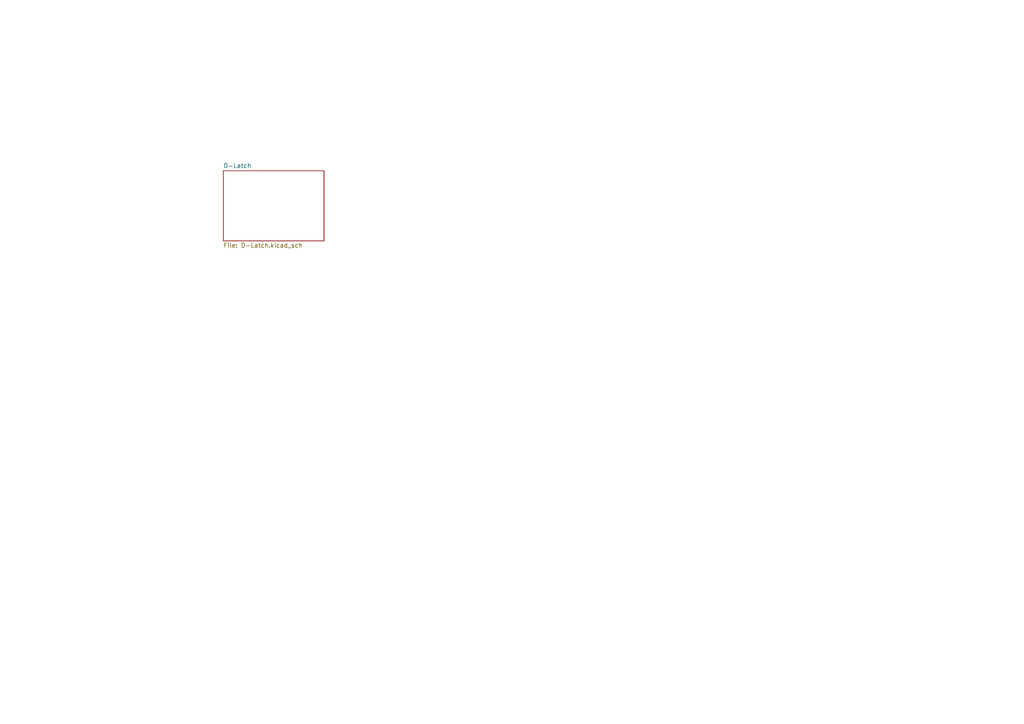
<source format=kicad_sch>
(kicad_sch (version 20230121) (generator eeschema)
  (paper "A4")
  (lib_symbols)
  (sheet (at 64.77 49.53) (size 29.21 20.32) (stroke (width 0.1524))
    (property "Sheetname" "D-Latch" (at 64.77 48.8184 0) (effects (justify left bottom)))
    (property "Sheetfile" "D-Latch.kicad_sch" (at 64.77 70.4346 0) (effects (justify left top)))
  )
)
</source>
